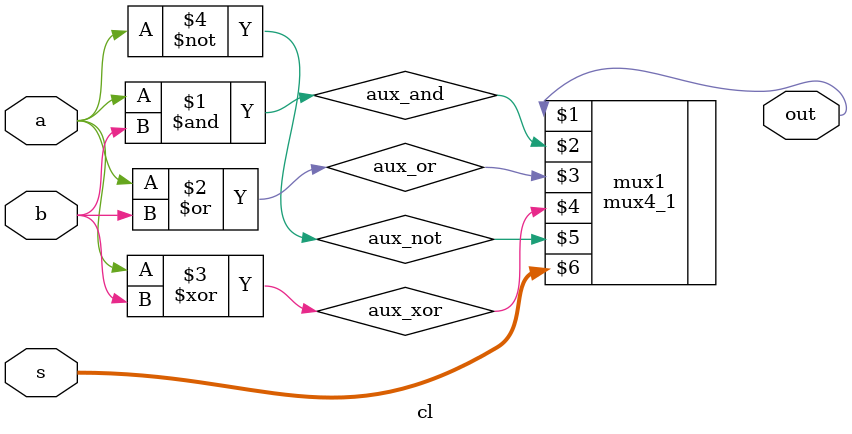
<source format=v>
module cl(output wire out, input wire a, b, input wire [1:0] s);
  // Declaración de los cables auxiliares que utilizaré para las 
  // entradas del multiplexor
  wire aux_and, aux_or, aux_xor, aux_not; 
  // Intancias de Puertas Lógicas
  // le doy la mi cable auxiliar como salida y luego las entradas
  and and1 (aux_and, a, b);
  or or1  (aux_or, a, b);
  xor xor1 (aux_xor, a, b);
  not not1 (aux_not, a);
  // Instanciamos el mux4_1 
  mux4_1 mux1 (out, aux_and, aux_or, aux_xor, aux_not, s);
endmodule

</source>
